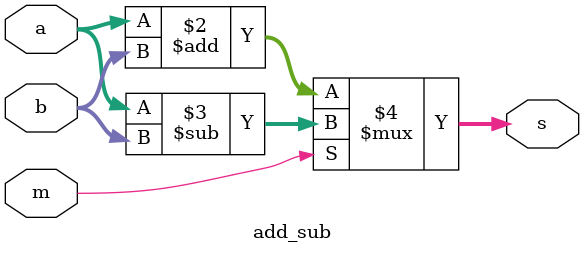
<source format=v>
module add_sub (a,b,m,s);
    input [3:0] a,b;
    input m;
    output [4:0]s;
    assign s=(m==0)?(a+b):(a-b);    
endmodule


</source>
